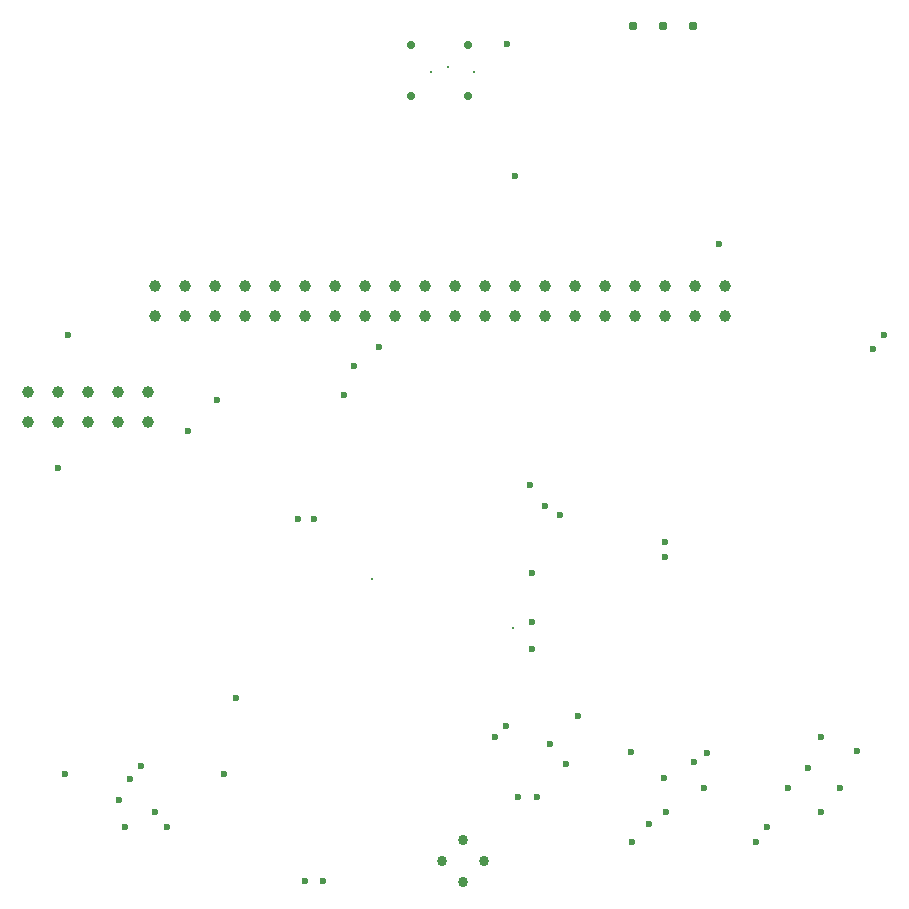
<source format=gbr>
%TF.GenerationSoftware,KiCad,Pcbnew,9.0.7*%
%TF.CreationDate,2026-01-09T12:39:31-06:00*%
%TF.ProjectId,dreamV1_0,64726561-6d56-4315-9f30-2e6b69636164,1*%
%TF.SameCoordinates,Original*%
%TF.FileFunction,Plated,1,2,PTH,Drill*%
%TF.FilePolarity,Positive*%
%FSLAX46Y46*%
G04 Gerber Fmt 4.6, Leading zero omitted, Abs format (unit mm)*
G04 Created by KiCad (PCBNEW 9.0.7) date 2026-01-09 12:39:31*
%MOMM*%
%LPD*%
G01*
G04 APERTURE LIST*
%TA.AperFunction,ViaDrill*%
%ADD10C,0.300000*%
%TD*%
%TA.AperFunction,ViaDrill*%
%ADD11C,0.600000*%
%TD*%
%TA.AperFunction,ComponentDrill*%
%ADD12C,0.700000*%
%TD*%
%TA.AperFunction,ComponentDrill*%
%ADD13C,0.787400*%
%TD*%
%TA.AperFunction,ComponentDrill*%
%ADD14C,0.863600*%
%TD*%
%TA.AperFunction,ComponentDrill*%
%ADD15C,1.000000*%
%TD*%
G04 APERTURE END LIST*
D10*
X84048800Y-99288800D03*
X89086200Y-56425000D03*
X90559400Y-55950000D03*
X92691976Y-56420002D03*
X96037600Y-103505200D03*
D11*
X57460000Y-89962000D03*
X58090000Y-115875000D03*
X58344000Y-78664000D03*
X62662000Y-118046000D03*
X63170000Y-120320000D03*
X63586008Y-116250000D03*
X64541600Y-115189200D03*
X65710000Y-119050000D03*
X66726000Y-120320000D03*
X68504000Y-86792000D03*
X70980000Y-84188000D03*
X71552000Y-115875000D03*
X72568000Y-109398000D03*
X77851200Y-94285000D03*
X78425000Y-124892000D03*
X79172000Y-94285000D03*
X79934000Y-124892000D03*
X81712000Y-83744000D03*
X82524800Y-81254800D03*
X84709200Y-79680000D03*
X94500000Y-112686400D03*
X95428000Y-111799000D03*
X95500000Y-54000000D03*
X96190000Y-65202000D03*
X96444000Y-117780000D03*
X97460000Y-91364000D03*
X97612400Y-98780800D03*
X97612400Y-105283200D03*
X97663200Y-102946400D03*
X98018800Y-117780000D03*
X98730000Y-93154000D03*
X99111000Y-113300000D03*
X99977669Y-93881669D03*
X100508000Y-114986000D03*
X101524000Y-110922000D03*
X105994400Y-114000000D03*
X106096000Y-121590000D03*
X107518400Y-120066000D03*
X108842499Y-116173110D03*
X108890000Y-96190000D03*
X108890000Y-97460000D03*
X109000000Y-119050000D03*
X111368027Y-114850000D03*
X112204000Y-117030000D03*
X112446000Y-114071600D03*
X113500000Y-71000000D03*
X116560800Y-121590000D03*
X117526000Y-120320000D03*
X119304000Y-117030000D03*
X120980400Y-115341600D03*
X122100000Y-119050000D03*
X122113981Y-112688000D03*
X123726669Y-117030000D03*
X125146000Y-113850000D03*
X126466800Y-79832400D03*
X127432000Y-78664000D03*
D12*
%TO.C,J11*%
X87380000Y-54150000D03*
X87380000Y-58450000D03*
X92180000Y-54150000D03*
X92180000Y-58450000D03*
D13*
%TO.C,S1*%
X106220000Y-52500000D03*
X108760000Y-52500000D03*
X111300000Y-52500000D03*
D14*
%TO.C,IC1*%
X90000001Y-123200000D03*
X91800000Y-121400001D03*
X91800000Y-125000000D03*
X93599999Y-123200000D03*
D15*
%TO.C,J5*%
X54920000Y-83480000D03*
X54920000Y-86020000D03*
X57460000Y-83480000D03*
X57460000Y-86020000D03*
X60000000Y-83480000D03*
X60000000Y-86020000D03*
X62540000Y-83480000D03*
X62540000Y-86020000D03*
X65080000Y-83480000D03*
X65080000Y-86020000D03*
%TO.C,J1*%
X65680000Y-74500000D03*
X65680000Y-77040000D03*
X68220000Y-74500000D03*
X68220000Y-77040000D03*
X70760000Y-74500000D03*
X70760000Y-77040000D03*
X73300000Y-74500000D03*
X73300000Y-77040000D03*
X75840000Y-74500000D03*
X75840000Y-77040000D03*
X78380000Y-74500000D03*
X78380000Y-77040000D03*
X80920000Y-74500000D03*
X80920000Y-77040000D03*
X83460000Y-74500000D03*
X83460000Y-77040000D03*
X86000000Y-74500000D03*
X86000000Y-77040000D03*
X88540000Y-74500000D03*
X88540000Y-77040000D03*
X91080000Y-74500000D03*
X91080000Y-77040000D03*
X93620000Y-74500000D03*
X93620000Y-77040000D03*
X96160000Y-74500000D03*
X96160000Y-77040000D03*
X98700000Y-74500000D03*
X98700000Y-77040000D03*
X101240000Y-74500000D03*
X101240000Y-77040000D03*
X103780000Y-74500000D03*
X103780000Y-77040000D03*
X106320000Y-74500000D03*
X106320000Y-77040000D03*
X108860000Y-74500000D03*
X108860000Y-77040000D03*
X111400000Y-74500000D03*
X111400000Y-77040000D03*
X113940000Y-74500000D03*
X113940000Y-77040000D03*
M02*

</source>
